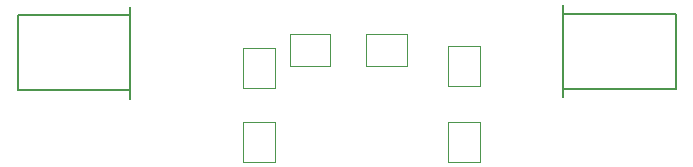
<source format=gbr>
%TF.GenerationSoftware,Altium Limited,Altium Designer,20.0.10 (225)*%
G04 Layer_Color=16711935*
%FSLAX26Y26*%
%MOIN*%
%TF.FileFunction,Other,Top_3D_Body*%
%TF.Part,Single*%
G01*
G75*
%TA.AperFunction,NonConductor*%
%ADD22C,0.007874*%
%ADD25C,0.003937*%
D22*
X3474803Y1422181D02*
Y1672181D01*
X3100000Y1422181D02*
X3474803D01*
X3100000D02*
Y1672181D01*
X3474803D01*
X3100000Y1395016D02*
Y1699346D01*
X1281772Y1415945D02*
Y1665945D01*
X1656575D01*
Y1415945D02*
Y1665945D01*
X1281772Y1415945D02*
X1656575D01*
Y1388780D02*
Y1693110D01*
D25*
X2823150Y1429134D02*
Y1562992D01*
X2716850Y1429134D02*
Y1562992D01*
X2823150D01*
X2716850Y1429134D02*
X2823150D01*
Y1175761D02*
Y1309619D01*
X2716850Y1175761D02*
Y1309619D01*
X2823150D01*
X2716850Y1175761D02*
X2823150D01*
X2139764D02*
Y1309619D01*
X2033465Y1175761D02*
Y1309619D01*
X2139764D01*
X2033465Y1175761D02*
X2139764D01*
Y1424288D02*
Y1558147D01*
X2033465Y1424288D02*
Y1558147D01*
X2139764D01*
X2033465Y1424288D02*
X2139764D01*
X2444173Y1496850D02*
X2578032D01*
X2444173Y1603150D02*
X2578032D01*
Y1496850D02*
Y1603150D01*
X2444173Y1496850D02*
Y1603150D01*
X2188071Y1496850D02*
X2321929D01*
X2188071Y1603150D02*
X2321929D01*
Y1496850D02*
Y1603150D01*
X2188071Y1496850D02*
Y1603150D01*
%TF.MD5,a046cbd3a0d3786e13d731d7c4d8af2c*%
M02*

</source>
